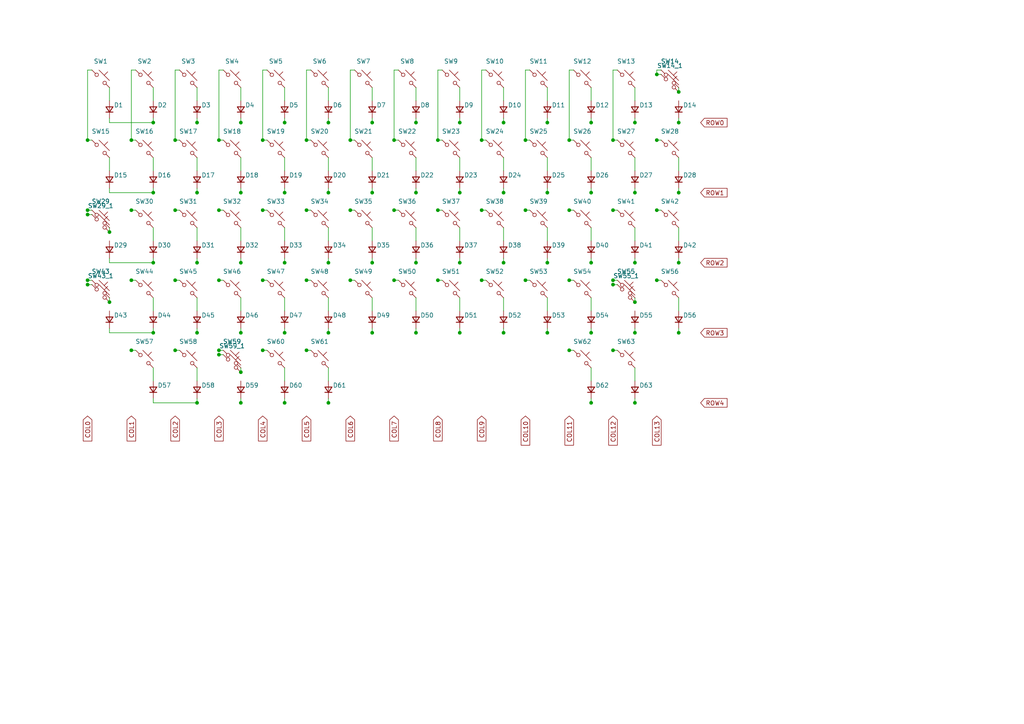
<source format=kicad_sch>
(kicad_sch (version 20230121) (generator eeschema)
  (paper "A4")
  (symbol (lib_id "Switch:SW_Push_45deg") (at 29.21 22.86 0) (unit 1)
    (property "Reference" "SW1" (at 29.21 17.78 0))
    (property "Value" "SW_Push" (effects hide))
    (property "Footprint" "Switch_Keyboard_Hybrid:SW_Hybrid_Cherry_MX_Alps_1.00u" (effects hide))
  )
  (wire (pts (xy 26.67 20.32) (xy 25.4 20.32)))
  (wire (pts (xy 25.4 20.32) (xy 25.4 120.65)))
  (global_label "COL0" (shape input) (at 25.4 120.65 270) (property "Intersheetrefs" "${INTERSHEET_REFS}" (effects hide)))
  (symbol (lib_id "Device:D_Small") (at 31.75 31.75 90) (unit 1)
    (property "Reference" "D1" (at 33.02 30.48 90) (effects (justify right)))
    (property "Value" "D" (effects hide))
    (property "Footprint" "Diode_SMD:D_SOD-123F" (effects hide))
    (property "Sim.Device" "D" (effects hide))
    (property "Sim.Pins" "1=K 2=A" (effects hide))
  )
  (wire (pts (xy 31.75 25.4) (xy 31.75 29.21)))
  (wire (pts (xy 31.75 34.29) (xy 31.75 35.56)))
  (wire (pts (xy 31.75 35.56) (xy 203.2 35.56)))
  (global_label "ROW0" (shape input) (at 203.2 35.56 0) (property "Intersheetrefs" "${INTERSHEET_REFS}" (effects hide)))
  (symbol (lib_id "Switch:SW_Push_45deg") (at 41.91 22.86 0) (unit 1)
    (property "Reference" "SW2" (at 41.91 17.78 0))
    (property "Value" "SW_Push" (effects hide))
    (property "Footprint" "Switch_Keyboard_Hybrid:SW_Hybrid_Cherry_MX_Alps_1.00u" (effects hide))
  )
  (wire (pts (xy 39.37 20.32) (xy 38.1 20.32)))
  (wire (pts (xy 38.1 20.32) (xy 38.1 120.65)))
  (global_label "COL1" (shape input) (at 38.1 120.65 270) (property "Intersheetrefs" "${INTERSHEET_REFS}" (effects hide)))
  (symbol (lib_id "Device:D_Small") (at 44.45 31.75 90) (unit 1)
    (property "Reference" "D2" (at 45.72 30.48 90) (effects (justify right)))
    (property "Value" "D" (effects hide))
    (property "Footprint" "Diode_SMD:D_SOD-123F" (effects hide))
    (property "Sim.Device" "D" (effects hide))
    (property "Sim.Pins" "1=K 2=A" (effects hide))
  )
  (wire (pts (xy 44.45 25.4) (xy 44.45 29.21)))
  (wire (pts (xy 44.45 34.29) (xy 44.45 35.56)))
  (junction (at 44.45 35.56))
  (symbol (lib_id "Switch:SW_Push_45deg") (at 54.61 22.86 0) (unit 1)
    (property "Reference" "SW3" (at 54.61 17.78 0))
    (property "Value" "SW_Push" (effects hide))
    (property "Footprint" "Switch_Keyboard_Hybrid:SW_Hybrid_Cherry_MX_Alps_1.00u" (effects hide))
  )
  (wire (pts (xy 52.07 20.32) (xy 50.8 20.32)))
  (wire (pts (xy 50.8 20.32) (xy 50.8 120.65)))
  (global_label "COL2" (shape input) (at 50.8 120.65 270) (property "Intersheetrefs" "${INTERSHEET_REFS}" (effects hide)))
  (symbol (lib_id "Device:D_Small") (at 57.15 31.75 90) (unit 1)
    (property "Reference" "D3" (at 58.42 30.48 90) (effects (justify right)))
    (property "Value" "D" (effects hide))
    (property "Footprint" "Diode_SMD:D_SOD-123F" (effects hide))
    (property "Sim.Device" "D" (effects hide))
    (property "Sim.Pins" "1=K 2=A" (effects hide))
  )
  (wire (pts (xy 57.15 25.4) (xy 57.15 29.21)))
  (wire (pts (xy 57.15 34.29) (xy 57.15 35.56)))
  (junction (at 57.15 35.56))
  (symbol (lib_id "Switch:SW_Push_45deg") (at 67.31 22.86 0) (unit 1)
    (property "Reference" "SW4" (at 67.31 17.78 0))
    (property "Value" "SW_Push" (effects hide))
    (property "Footprint" "Switch_Keyboard_Hybrid:SW_Hybrid_Cherry_MX_Alps_1.00u" (effects hide))
  )
  (wire (pts (xy 64.77 20.32) (xy 63.5 20.32)))
  (wire (pts (xy 63.5 20.32) (xy 63.5 120.65)))
  (global_label "COL3" (shape input) (at 63.5 120.65 270) (property "Intersheetrefs" "${INTERSHEET_REFS}" (effects hide)))
  (symbol (lib_id "Device:D_Small") (at 69.85 31.75 90) (unit 1)
    (property "Reference" "D4" (at 71.12 30.48 90) (effects (justify right)))
    (property "Value" "D" (effects hide))
    (property "Footprint" "Diode_SMD:D_SOD-123F" (effects hide))
    (property "Sim.Device" "D" (effects hide))
    (property "Sim.Pins" "1=K 2=A" (effects hide))
  )
  (wire (pts (xy 69.85 25.4) (xy 69.85 29.21)))
  (wire (pts (xy 69.85 34.29) (xy 69.85 35.56)))
  (junction (at 69.85 35.56))
  (symbol (lib_id "Switch:SW_Push_45deg") (at 80.01 22.86 0) (unit 1)
    (property "Reference" "SW5" (at 80.01 17.78 0))
    (property "Value" "SW_Push" (effects hide))
    (property "Footprint" "Switch_Keyboard_Hybrid:SW_Hybrid_Cherry_MX_Alps_1.00u" (effects hide))
  )
  (wire (pts (xy 77.47 20.32) (xy 76.2 20.32)))
  (wire (pts (xy 76.2 20.32) (xy 76.2 120.65)))
  (global_label "COL4" (shape input) (at 76.2 120.65 270) (property "Intersheetrefs" "${INTERSHEET_REFS}" (effects hide)))
  (symbol (lib_id "Device:D_Small") (at 82.55 31.75 90) (unit 1)
    (property "Reference" "D5" (at 83.82 30.48 90) (effects (justify right)))
    (property "Value" "D" (effects hide))
    (property "Footprint" "Diode_SMD:D_SOD-123F" (effects hide))
    (property "Sim.Device" "D" (effects hide))
    (property "Sim.Pins" "1=K 2=A" (effects hide))
  )
  (wire (pts (xy 82.55 25.4) (xy 82.55 29.21)))
  (wire (pts (xy 82.55 34.29) (xy 82.55 35.56)))
  (junction (at 82.55 35.56))
  (symbol (lib_id "Switch:SW_Push_45deg") (at 92.71 22.86 0) (unit 1)
    (property "Reference" "SW6" (at 92.71 17.78 0))
    (property "Value" "SW_Push" (effects hide))
    (property "Footprint" "Switch_Keyboard_Hybrid:SW_Hybrid_Cherry_MX_Alps_1.00u" (effects hide))
  )
  (wire (pts (xy 90.17 20.32) (xy 88.9 20.32)))
  (wire (pts (xy 88.9 20.32) (xy 88.9 120.65)))
  (global_label "COL5" (shape input) (at 88.9 120.65 270) (property "Intersheetrefs" "${INTERSHEET_REFS}" (effects hide)))
  (symbol (lib_id "Device:D_Small") (at 95.25 31.75 90) (unit 1)
    (property "Reference" "D6" (at 96.52 30.48 90) (effects (justify right)))
    (property "Value" "D" (effects hide))
    (property "Footprint" "Diode_SMD:D_SOD-123F" (effects hide))
    (property "Sim.Device" "D" (effects hide))
    (property "Sim.Pins" "1=K 2=A" (effects hide))
  )
  (wire (pts (xy 95.25 25.4) (xy 95.25 29.21)))
  (wire (pts (xy 95.25 34.29) (xy 95.25 35.56)))
  (junction (at 95.25 35.56))
  (symbol (lib_id "Switch:SW_Push_45deg") (at 105.41 22.86 0) (unit 1)
    (property "Reference" "SW7" (at 105.41 17.78 0))
    (property "Value" "SW_Push" (effects hide))
    (property "Footprint" "Switch_Keyboard_Hybrid:SW_Hybrid_Cherry_MX_Alps_1.00u" (effects hide))
  )
  (wire (pts (xy 102.87 20.32) (xy 101.6 20.32)))
  (wire (pts (xy 101.6 20.32) (xy 101.6 120.65)))
  (global_label "COL6" (shape input) (at 101.6 120.65 270) (property "Intersheetrefs" "${INTERSHEET_REFS}" (effects hide)))
  (symbol (lib_id "Device:D_Small") (at 107.95 31.75 90) (unit 1)
    (property "Reference" "D7" (at 109.22 30.48 90) (effects (justify right)))
    (property "Value" "D" (effects hide))
    (property "Footprint" "Diode_SMD:D_SOD-123F" (effects hide))
    (property "Sim.Device" "D" (effects hide))
    (property "Sim.Pins" "1=K 2=A" (effects hide))
  )
  (wire (pts (xy 107.95 25.4) (xy 107.95 29.21)))
  (wire (pts (xy 107.95 34.29) (xy 107.95 35.56)))
  (junction (at 107.95 35.56))
  (symbol (lib_id "Switch:SW_Push_45deg") (at 118.11 22.86 0) (unit 1)
    (property "Reference" "SW8" (at 118.11 17.78 0))
    (property "Value" "SW_Push" (effects hide))
    (property "Footprint" "Switch_Keyboard_Hybrid:SW_Hybrid_Cherry_MX_Alps_1.00u" (effects hide))
  )
  (wire (pts (xy 115.57 20.32) (xy 114.3 20.32)))
  (wire (pts (xy 114.3 20.32) (xy 114.3 120.65)))
  (global_label "COL7" (shape input) (at 114.3 120.65 270) (property "Intersheetrefs" "${INTERSHEET_REFS}" (effects hide)))
  (symbol (lib_id "Device:D_Small") (at 120.65 31.75 90) (unit 1)
    (property "Reference" "D8" (at 121.92 30.48 90) (effects (justify right)))
    (property "Value" "D" (effects hide))
    (property "Footprint" "Diode_SMD:D_SOD-123F" (effects hide))
    (property "Sim.Device" "D" (effects hide))
    (property "Sim.Pins" "1=K 2=A" (effects hide))
  )
  (wire (pts (xy 120.65 25.4) (xy 120.65 29.21)))
  (wire (pts (xy 120.65 34.29) (xy 120.65 35.56)))
  (junction (at 120.65 35.56))
  (symbol (lib_id "Switch:SW_Push_45deg") (at 130.81 22.86 0) (unit 1)
    (property "Reference" "SW9" (at 130.81 17.78 0))
    (property "Value" "SW_Push" (effects hide))
    (property "Footprint" "Switch_Keyboard_Hybrid:SW_Hybrid_Cherry_MX_Alps_1.00u" (effects hide))
  )
  (wire (pts (xy 128.27 20.32) (xy 127.0 20.32)))
  (wire (pts (xy 127.0 20.32) (xy 127.0 120.65)))
  (global_label "COL8" (shape input) (at 127.0 120.65 270) (property "Intersheetrefs" "${INTERSHEET_REFS}" (effects hide)))
  (symbol (lib_id "Device:D_Small") (at 133.35 31.75 90) (unit 1)
    (property "Reference" "D9" (at 134.62 30.48 90) (effects (justify right)))
    (property "Value" "D" (effects hide))
    (property "Footprint" "Diode_SMD:D_SOD-123F" (effects hide))
    (property "Sim.Device" "D" (effects hide))
    (property "Sim.Pins" "1=K 2=A" (effects hide))
  )
  (wire (pts (xy 133.35 25.4) (xy 133.35 29.21)))
  (wire (pts (xy 133.35 34.29) (xy 133.35 35.56)))
  (junction (at 133.35 35.56))
  (symbol (lib_id "Switch:SW_Push_45deg") (at 143.51 22.86 0) (unit 1)
    (property "Reference" "SW10" (at 143.51 17.78 0))
    (property "Value" "SW_Push" (effects hide))
    (property "Footprint" "Switch_Keyboard_Hybrid:SW_Hybrid_Cherry_MX_Alps_1.00u" (effects hide))
  )
  (wire (pts (xy 140.97 20.32) (xy 139.7 20.32)))
  (wire (pts (xy 139.7 20.32) (xy 139.7 120.65)))
  (global_label "COL9" (shape input) (at 139.7 120.65 270) (property "Intersheetrefs" "${INTERSHEET_REFS}" (effects hide)))
  (symbol (lib_id "Device:D_Small") (at 146.05 31.75 90) (unit 1)
    (property "Reference" "D10" (at 147.32 30.48 90) (effects (justify right)))
    (property "Value" "D" (effects hide))
    (property "Footprint" "Diode_SMD:D_SOD-123F" (effects hide))
    (property "Sim.Device" "D" (effects hide))
    (property "Sim.Pins" "1=K 2=A" (effects hide))
  )
  (wire (pts (xy 146.05 25.4) (xy 146.05 29.21)))
  (wire (pts (xy 146.05 34.29) (xy 146.05 35.56)))
  (junction (at 146.05 35.56))
  (symbol (lib_id "Switch:SW_Push_45deg") (at 156.21 22.86 0) (unit 1)
    (property "Reference" "SW11" (at 156.21 17.78 0))
    (property "Value" "SW_Push" (effects hide))
    (property "Footprint" "Switch_Keyboard_Hybrid:SW_Hybrid_Cherry_MX_Alps_1.00u" (effects hide))
  )
  (wire (pts (xy 153.67 20.32) (xy 152.4 20.32)))
  (wire (pts (xy 152.4 20.32) (xy 152.4 120.65)))
  (global_label "COL10" (shape input) (at 152.4 120.65 270) (property "Intersheetrefs" "${INTERSHEET_REFS}" (effects hide)))
  (symbol (lib_id "Device:D_Small") (at 158.75 31.75 90) (unit 1)
    (property "Reference" "D11" (at 160.02 30.48 90) (effects (justify right)))
    (property "Value" "D" (effects hide))
    (property "Footprint" "Diode_SMD:D_SOD-123F" (effects hide))
    (property "Sim.Device" "D" (effects hide))
    (property "Sim.Pins" "1=K 2=A" (effects hide))
  )
  (wire (pts (xy 158.75 25.4) (xy 158.75 29.21)))
  (wire (pts (xy 158.75 34.29) (xy 158.75 35.56)))
  (junction (at 158.75 35.56))
  (symbol (lib_id "Switch:SW_Push_45deg") (at 168.91 22.86 0) (unit 1)
    (property "Reference" "SW12" (at 168.91 17.78 0))
    (property "Value" "SW_Push" (effects hide))
    (property "Footprint" "Switch_Keyboard_Hybrid:SW_Hybrid_Cherry_MX_Alps_1.00u" (effects hide))
  )
  (wire (pts (xy 166.37 20.32) (xy 165.1 20.32)))
  (wire (pts (xy 165.1 20.32) (xy 165.1 120.65)))
  (global_label "COL11" (shape input) (at 165.1 120.65 270) (property "Intersheetrefs" "${INTERSHEET_REFS}" (effects hide)))
  (symbol (lib_id "Device:D_Small") (at 171.45 31.75 90) (unit 1)
    (property "Reference" "D12" (at 172.72 30.48 90) (effects (justify right)))
    (property "Value" "D" (effects hide))
    (property "Footprint" "Diode_SMD:D_SOD-123F" (effects hide))
    (property "Sim.Device" "D" (effects hide))
    (property "Sim.Pins" "1=K 2=A" (effects hide))
  )
  (wire (pts (xy 171.45 25.4) (xy 171.45 29.21)))
  (wire (pts (xy 171.45 34.29) (xy 171.45 35.56)))
  (junction (at 171.45 35.56))
  (symbol (lib_id "Switch:SW_Push_45deg") (at 181.61 22.86 0) (unit 1)
    (property "Reference" "SW13" (at 181.61 17.78 0))
    (property "Value" "SW_Push" (effects hide))
    (property "Footprint" "Switch_Keyboard_Hybrid:SW_Hybrid_Cherry_MX_Alps_1.00u" (effects hide))
  )
  (wire (pts (xy 179.07 20.32) (xy 177.8 20.32)))
  (wire (pts (xy 177.8 20.32) (xy 177.8 120.65)))
  (global_label "COL12" (shape input) (at 177.8 120.65 270) (property "Intersheetrefs" "${INTERSHEET_REFS}" (effects hide)))
  (symbol (lib_id "Device:D_Small") (at 184.15 31.75 90) (unit 1)
    (property "Reference" "D13" (at 185.42 30.48 90) (effects (justify right)))
    (property "Value" "D" (effects hide))
    (property "Footprint" "Diode_SMD:D_SOD-123F" (effects hide))
    (property "Sim.Device" "D" (effects hide))
    (property "Sim.Pins" "1=K 2=A" (effects hide))
  )
  (wire (pts (xy 184.15 25.4) (xy 184.15 29.21)))
  (wire (pts (xy 184.15 34.29) (xy 184.15 35.56)))
  (junction (at 184.15 35.56))
  (symbol (lib_id "Switch:SW_Push_45deg") (at 194.31 22.86 0) (unit 1)
    (property "Reference" "SW14" (at 194.31 17.78 0))
    (property "Value" "SW_Push" (effects hide))
    (property "Footprint" "Switch_Keyboard_Hybrid:SW_Hybrid_Cherry_MX_Alps_1.00u" (effects hide))
  )
  (wire (pts (xy 191.77 20.32) (xy 190.5 20.32)))
  (wire (pts (xy 190.5 20.32) (xy 190.5 120.65)))
  (global_label "COL13" (shape input) (at 190.5 120.65 270) (property "Intersheetrefs" "${INTERSHEET_REFS}" (effects hide)))
  (symbol (lib_id "Device:D_Small") (at 196.85 31.75 90) (unit 1)
    (property "Reference" "D14" (at 198.12 30.48 90) (effects (justify right)))
    (property "Value" "D" (effects hide))
    (property "Footprint" "Diode_SMD:D_SOD-123F" (effects hide))
    (property "Sim.Device" "D" (effects hide))
    (property "Sim.Pins" "1=K 2=A" (effects hide))
  )
  (wire (pts (xy 196.85 25.4) (xy 196.85 29.21)))
  (wire (pts (xy 196.85 34.29) (xy 196.85 35.56)))
  (junction (at 196.85 35.56))
  (symbol (lib_id "Switch:SW_Push_45deg") (at 194.31 24.13 0) (unit 1)
    (property "Reference" "SW14_1" (at 194.31 19.05 0))
    (property "Value" "SW_Push" (effects hide))
    (property "Footprint" "Switch_Keyboard_Hybrid:SW_Hybrid_Cherry_MX_Alps_1.00u" (effects hide))
  )
  (junction (at 196.85 26.67))
  (wire (pts (xy 191.77 21.59) (xy 190.5 21.59)))
  (junction (at 190.5 21.59))
  (symbol (lib_id "Switch:SW_Push_45deg") (at 29.21 43.18 0) (unit 1)
    (property "Reference" "SW15" (at 29.21 38.1 0))
    (property "Value" "SW_Push" (effects hide))
    (property "Footprint" "Switch_Keyboard_Hybrid:SW_Hybrid_Cherry_MX_Alps_1.00u" (effects hide))
  )
  (wire (pts (xy 26.67 40.64) (xy 25.4 40.64)))
  (junction (at 25.4 40.64))
  (symbol (lib_id "Device:D_Small") (at 31.75 52.07 90) (unit 1)
    (property "Reference" "D15" (at 33.02 50.8 90) (effects (justify right)))
    (property "Value" "D" (effects hide))
    (property "Footprint" "Diode_SMD:D_SOD-123F" (effects hide))
    (property "Sim.Device" "D" (effects hide))
    (property "Sim.Pins" "1=K 2=A" (effects hide))
  )
  (wire (pts (xy 31.75 45.72) (xy 31.75 49.53)))
  (wire (pts (xy 31.75 54.61) (xy 31.75 55.88)))
  (wire (pts (xy 31.75 55.88) (xy 203.2 55.88)))
  (global_label "ROW1" (shape input) (at 203.2 55.88 0) (property "Intersheetrefs" "${INTERSHEET_REFS}" (effects hide)))
  (symbol (lib_id "Switch:SW_Push_45deg") (at 41.91 43.18 0) (unit 1)
    (property "Reference" "SW16" (at 41.91 38.1 0))
    (property "Value" "SW_Push" (effects hide))
    (property "Footprint" "Switch_Keyboard_Hybrid:SW_Hybrid_Cherry_MX_Alps_1.00u" (effects hide))
  )
  (wire (pts (xy 39.37 40.64) (xy 38.1 40.64)))
  (junction (at 38.1 40.64))
  (symbol (lib_id "Device:D_Small") (at 44.45 52.07 90) (unit 1)
    (property "Reference" "D16" (at 45.72 50.8 90) (effects (justify right)))
    (property "Value" "D" (effects hide))
    (property "Footprint" "Diode_SMD:D_SOD-123F" (effects hide))
    (property "Sim.Device" "D" (effects hide))
    (property "Sim.Pins" "1=K 2=A" (effects hide))
  )
  (wire (pts (xy 44.45 45.72) (xy 44.45 49.53)))
  (wire (pts (xy 44.45 54.61) (xy 44.45 55.88)))
  (junction (at 44.45 55.88))
  (symbol (lib_id "Switch:SW_Push_45deg") (at 54.61 43.18 0) (unit 1)
    (property "Reference" "SW17" (at 54.61 38.1 0))
    (property "Value" "SW_Push" (effects hide))
    (property "Footprint" "Switch_Keyboard_Hybrid:SW_Hybrid_Cherry_MX_Alps_1.00u" (effects hide))
  )
  (wire (pts (xy 52.07 40.64) (xy 50.8 40.64)))
  (junction (at 50.8 40.64))
  (symbol (lib_id "Device:D_Small") (at 57.15 52.07 90) (unit 1)
    (property "Reference" "D17" (at 58.42 50.8 90) (effects (justify right)))
    (property "Value" "D" (effects hide))
    (property "Footprint" "Diode_SMD:D_SOD-123F" (effects hide))
    (property "Sim.Device" "D" (effects hide))
    (property "Sim.Pins" "1=K 2=A" (effects hide))
  )
  (wire (pts (xy 57.15 45.72) (xy 57.15 49.53)))
  (wire (pts (xy 57.15 54.61) (xy 57.15 55.88)))
  (junction (at 57.15 55.88))
  (symbol (lib_id "Switch:SW_Push_45deg") (at 67.31 43.18 0) (unit 1)
    (property "Reference" "SW18" (at 67.31 38.1 0))
    (property "Value" "SW_Push" (effects hide))
    (property "Footprint" "Switch_Keyboard_Hybrid:SW_Hybrid_Cherry_MX_Alps_1.00u" (effects hide))
  )
  (wire (pts (xy 64.77 40.64) (xy 63.5 40.64)))
  (junction (at 63.5 40.64))
  (symbol (lib_id "Device:D_Small") (at 69.85 52.07 90) (unit 1)
    (property "Reference" "D18" (at 71.12 50.8 90) (effects (justify right)))
    (property "Value" "D" (effects hide))
    (property "Footprint" "Diode_SMD:D_SOD-123F" (effects hide))
    (property "Sim.Device" "D" (effects hide))
    (property "Sim.Pins" "1=K 2=A" (effects hide))
  )
  (wire (pts (xy 69.85 45.72) (xy 69.85 49.53)))
  (wire (pts (xy 69.85 54.61) (xy 69.85 55.88)))
  (junction (at 69.85 55.88))
  (symbol (lib_id "Switch:SW_Push_45deg") (at 80.01 43.18 0) (unit 1)
    (property "Reference" "SW19" (at 80.01 38.1 0))
    (property "Value" "SW_Push" (effects hide))
    (property "Footprint" "Switch_Keyboard_Hybrid:SW_Hybrid_Cherry_MX_Alps_1.00u" (effects hide))
  )
  (wire (pts (xy 77.47 40.64) (xy 76.2 40.64)))
  (junction (at 76.2 40.64))
  (symbol (lib_id "Device:D_Small") (at 82.55 52.07 90) (unit 1)
    (property "Reference" "D19" (at 83.82 50.8 90) (effects (justify right)))
    (property "Value" "D" (effects hide))
    (property "Footprint" "Diode_SMD:D_SOD-123F" (effects hide))
    (property "Sim.Device" "D" (effects hide))
    (property "Sim.Pins" "1=K 2=A" (effects hide))
  )
  (wire (pts (xy 82.55 45.72) (xy 82.55 49.53)))
  (wire (pts (xy 82.55 54.61) (xy 82.55 55.88)))
  (junction (at 82.55 55.88))
  (symbol (lib_id "Switch:SW_Push_45deg") (at 92.71 43.18 0) (unit 1)
    (property "Reference" "SW20" (at 92.71 38.1 0))
    (property "Value" "SW_Push" (effects hide))
    (property "Footprint" "Switch_Keyboard_Hybrid:SW_Hybrid_Cherry_MX_Alps_1.00u" (effects hide))
  )
  (wire (pts (xy 90.17 40.64) (xy 88.9 40.64)))
  (junction (at 88.9 40.64))
  (symbol (lib_id "Device:D_Small") (at 95.25 52.07 90) (unit 1)
    (property "Reference" "D20" (at 96.52 50.8 90) (effects (justify right)))
    (property "Value" "D" (effects hide))
    (property "Footprint" "Diode_SMD:D_SOD-123F" (effects hide))
    (property "Sim.Device" "D" (effects hide))
    (property "Sim.Pins" "1=K 2=A" (effects hide))
  )
  (wire (pts (xy 95.25 45.72) (xy 95.25 49.53)))
  (wire (pts (xy 95.25 54.61) (xy 95.25 55.88)))
  (junction (at 95.25 55.88))
  (symbol (lib_id "Switch:SW_Push_45deg") (at 105.41 43.18 0) (unit 1)
    (property "Reference" "SW21" (at 105.41 38.1 0))
    (property "Value" "SW_Push" (effects hide))
    (property "Footprint" "Switch_Keyboard_Hybrid:SW_Hybrid_Cherry_MX_Alps_1.00u" (effects hide))
  )
  (wire (pts (xy 102.87 40.64) (xy 101.6 40.64)))
  (junction (at 101.6 40.64))
  (symbol (lib_id "Device:D_Small") (at 107.95 52.07 90) (unit 1)
    (property "Reference" "D21" (at 109.22 50.8 90) (effects (justify right)))
    (property "Value" "D" (effects hide))
    (property "Footprint" "Diode_SMD:D_SOD-123F" (effects hide))
    (property "Sim.Device" "D" (effects hide))
    (property "Sim.Pins" "1=K 2=A" (effects hide))
  )
  (wire (pts (xy 107.95 45.72) (xy 107.95 49.53)))
  (wire (pts (xy 107.95 54.61) (xy 107.95 55.88)))
  (junction (at 107.95 55.88))
  (symbol (lib_id "Switch:SW_Push_45deg") (at 118.11 43.18 0) (unit 1)
    (property "Reference" "SW22" (at 118.11 38.1 0))
    (property "Value" "SW_Push" (effects hide))
    (property "Footprint" "Switch_Keyboard_Hybrid:SW_Hybrid_Cherry_MX_Alps_1.00u" (effects hide))
  )
  (wire (pts (xy 115.57 40.64) (xy 114.3 40.64)))
  (junction (at 114.3 40.64))
  (symbol (lib_id "Device:D_Small") (at 120.65 52.07 90) (unit 1)
    (property "Reference" "D22" (at 121.92 50.8 90) (effects (justify right)))
    (property "Value" "D" (effects hide))
    (property "Footprint" "Diode_SMD:D_SOD-123F" (effects hide))
    (property "Sim.Device" "D" (effects hide))
    (property "Sim.Pins" "1=K 2=A" (effects hide))
  )
  (wire (pts (xy 120.65 45.72) (xy 120.65 49.53)))
  (wire (pts (xy 120.65 54.61) (xy 120.65 55.88)))
  (junction (at 120.65 55.88))
  (symbol (lib_id "Switch:SW_Push_45deg") (at 130.81 43.18 0) (unit 1)
    (property "Reference" "SW23" (at 130.81 38.1 0))
    (property "Value" "SW_Push" (effects hide))
    (property "Footprint" "Switch_Keyboard_Hybrid:SW_Hybrid_Cherry_MX_Alps_1.00u" (effects hide))
  )
  (wire (pts (xy 128.27 40.64) (xy 127.0 40.64)))
  (junction (at 127.0 40.64))
  (symbol (lib_id "Device:D_Small") (at 133.35 52.07 90) (unit 1)
    (property "Reference" "D23" (at 134.62 50.8 90) (effects (justify right)))
    (property "Value" "D" (effects hide))
    (property "Footprint" "Diode_SMD:D_SOD-123F" (effects hide))
    (property "Sim.Device" "D" (effects hide))
    (property "Sim.Pins" "1=K 2=A" (effects hide))
  )
  (wire (pts (xy 133.35 45.72) (xy 133.35 49.53)))
  (wire (pts (xy 133.35 54.61) (xy 133.35 55.88)))
  (junction (at 133.35 55.88))
  (symbol (lib_id "Switch:SW_Push_45deg") (at 143.51 43.18 0) (unit 1)
    (property "Reference" "SW24" (at 143.51 38.1 0))
    (property "Value" "SW_Push" (effects hide))
    (property "Footprint" "Switch_Keyboard_Hybrid:SW_Hybrid_Cherry_MX_Alps_1.00u" (effects hide))
  )
  (wire (pts (xy 140.97 40.64) (xy 139.7 40.64)))
  (junction (at 139.7 40.64))
  (symbol (lib_id "Device:D_Small") (at 146.05 52.07 90) (unit 1)
    (property "Reference" "D24" (at 147.32 50.8 90) (effects (justify right)))
    (property "Value" "D" (effects hide))
    (property "Footprint" "Diode_SMD:D_SOD-123F" (effects hide))
    (property "Sim.Device" "D" (effects hide))
    (property "Sim.Pins" "1=K 2=A" (effects hide))
  )
  (wire (pts (xy 146.05 45.72) (xy 146.05 49.53)))
  (wire (pts (xy 146.05 54.61) (xy 146.05 55.88)))
  (junction (at 146.05 55.88))
  (symbol (lib_id "Switch:SW_Push_45deg") (at 156.21 43.18 0) (unit 1)
    (property "Reference" "SW25" (at 156.21 38.1 0))
    (property "Value" "SW_Push" (effects hide))
    (property "Footprint" "Switch_Keyboard_Hybrid:SW_Hybrid_Cherry_MX_Alps_1.00u" (effects hide))
  )
  (wire (pts (xy 153.67 40.64) (xy 152.4 40.64)))
  (junction (at 152.4 40.64))
  (symbol (lib_id "Device:D_Small") (at 158.75 52.07 90) (unit 1)
    (property "Reference" "D25" (at 160.02 50.8 90) (effects (justify right)))
    (property "Value" "D" (effects hide))
    (property "Footprint" "Diode_SMD:D_SOD-123F" (effects hide))
    (property "Sim.Device" "D" (effects hide))
    (property "Sim.Pins" "1=K 2=A" (effects hide))
  )
  (wire (pts (xy 158.75 45.72) (xy 158.75 49.53)))
  (wire (pts (xy 158.75 54.61) (xy 158.75 55.88)))
  (junction (at 158.75 55.88))
  (symbol (lib_id "Switch:SW_Push_45deg") (at 168.91 43.18 0) (unit 1)
    (property "Reference" "SW26" (at 168.91 38.1 0))
    (property "Value" "SW_Push" (effects hide))
    (property "Footprint" "Switch_Keyboard_Hybrid:SW_Hybrid_Cherry_MX_Alps_1.00u" (effects hide))
  )
  (wire (pts (xy 166.37 40.64) (xy 165.1 40.64)))
  (junction (at 165.1 40.64))
  (symbol (lib_id "Device:D_Small") (at 171.45 52.07 90) (unit 1)
    (property "Reference" "D26" (at 172.72 50.8 90) (effects (justify right)))
    (property "Value" "D" (effects hide))
    (property "Footprint" "Diode_SMD:D_SOD-123F" (effects hide))
    (property "Sim.Device" "D" (effects hide))
    (property "Sim.Pins" "1=K 2=A" (effects hide))
  )
  (wire (pts (xy 171.45 45.72) (xy 171.45 49.53)))
  (wire (pts (xy 171.45 54.61) (xy 171.45 55.88)))
  (junction (at 171.45 55.88))
  (symbol (lib_id "Switch:SW_Push_45deg") (at 181.61 43.18 0) (unit 1)
    (property "Reference" "SW27" (at 181.61 38.1 0))
    (property "Value" "SW_Push" (effects hide))
    (property "Footprint" "Switch_Keyboard_Hybrid:SW_Hybrid_Cherry_MX_Alps_1.00u" (effects hide))
  )
  (wire (pts (xy 179.07 40.64) (xy 177.8 40.64)))
  (junction (at 177.8 40.64))
  (symbol (lib_id "Device:D_Small") (at 184.15 52.07 90) (unit 1)
    (property "Reference" "D27" (at 185.42 50.8 90) (effects (justify right)))
    (property "Value" "D" (effects hide))
    (property "Footprint" "Diode_SMD:D_SOD-123F" (effects hide))
    (property "Sim.Device" "D" (effects hide))
    (property "Sim.Pins" "1=K 2=A" (effects hide))
  )
  (wire (pts (xy 184.15 45.72) (xy 184.15 49.53)))
  (wire (pts (xy 184.15 54.61) (xy 184.15 55.88)))
  (junction (at 184.15 55.88))
  (symbol (lib_id "Switch:SW_Push_45deg") (at 194.31 43.18 0) (unit 1)
    (property "Reference" "SW28" (at 194.31 38.1 0))
    (property "Value" "SW_Push" (effects hide))
    (property "Footprint" "Switch_Keyboard_Hybrid:SW_Hybrid_Cherry_MX_Alps_1.00u" (effects hide))
  )
  (wire (pts (xy 191.77 40.64) (xy 190.5 40.64)))
  (junction (at 190.5 40.64))
  (symbol (lib_id "Device:D_Small") (at 196.85 52.07 90) (unit 1)
    (property "Reference" "D28" (at 198.12 50.8 90) (effects (justify right)))
    (property "Value" "D" (effects hide))
    (property "Footprint" "Diode_SMD:D_SOD-123F" (effects hide))
    (property "Sim.Device" "D" (effects hide))
    (property "Sim.Pins" "1=K 2=A" (effects hide))
  )
  (wire (pts (xy 196.85 45.72) (xy 196.85 49.53)))
  (wire (pts (xy 196.85 54.61) (xy 196.85 55.88)))
  (junction (at 196.85 55.88))
  (symbol (lib_id "Switch:SW_Push_45deg") (at 29.21 63.5 0) (unit 1)
    (property "Reference" "SW29" (at 29.21 58.42 0))
    (property "Value" "SW_Push" (effects hide))
    (property "Footprint" "Switch_Keyboard_Hybrid:SW_Hybrid_Cherry_MX_Alps_1.00u" (effects hide))
  )
  (wire (pts (xy 26.67 60.96) (xy 25.4 60.96)))
  (junction (at 25.4 60.96))
  (symbol (lib_id "Device:D_Small") (at 31.75 72.39 90) (unit 1)
    (property "Reference" "D29" (at 33.02 71.12 90) (effects (justify right)))
    (property "Value" "D" (effects hide))
    (property "Footprint" "Diode_SMD:D_SOD-123F" (effects hide))
    (property "Sim.Device" "D" (effects hide))
    (property "Sim.Pins" "1=K 2=A" (effects hide))
  )
  (wire (pts (xy 31.75 66.04) (xy 31.75 69.85)))
  (wire (pts (xy 31.75 74.93) (xy 31.75 76.2)))
  (wire (pts (xy 31.75 76.2) (xy 203.2 76.2)))
  (global_label "ROW2" (shape input) (at 203.2 76.2 0) (property "Intersheetrefs" "${INTERSHEET_REFS}" (effects hide)))
  (symbol (lib_id "Switch:SW_Push_45deg") (at 29.21 64.77 0) (unit 1)
    (property "Reference" "SW29_1" (at 29.21 59.69 0))
    (property "Value" "SW_Push" (effects hide))
    (property "Footprint" "Switch_Keyboard_Hybrid:SW_Hybrid_Cherry_MX_Alps_1.00u" (effects hide))
  )
  (junction (at 31.75 67.31))
  (wire (pts (xy 26.67 62.23) (xy 25.4 62.23)))
  (junction (at 25.4 62.23))
  (symbol (lib_id "Switch:SW_Push_45deg") (at 41.91 63.5 0) (unit 1)
    (property "Reference" "SW30" (at 41.91 58.42 0))
    (property "Value" "SW_Push" (effects hide))
    (property "Footprint" "Switch_Keyboard_Hybrid:SW_Hybrid_Cherry_MX_Alps_1.00u" (effects hide))
  )
  (wire (pts (xy 39.37 60.96) (xy 38.1 60.96)))
  (junction (at 38.1 60.96))
  (symbol (lib_id "Device:D_Small") (at 44.45 72.39 90) (unit 1)
    (property "Reference" "D30" (at 45.72 71.12 90) (effects (justify right)))
    (property "Value" "D" (effects hide))
    (property "Footprint" "Diode_SMD:D_SOD-123F" (effects hide))
    (property "Sim.Device" "D" (effects hide))
    (property "Sim.Pins" "1=K 2=A" (effects hide))
  )
  (wire (pts (xy 44.45 66.04) (xy 44.45 69.85)))
  (wire (pts (xy 44.45 74.93) (xy 44.45 76.2)))
  (junction (at 44.45 76.2))
  (symbol (lib_id "Switch:SW_Push_45deg") (at 54.61 63.5 0) (unit 1)
    (property "Reference" "SW31" (at 54.61 58.42 0))
    (property "Value" "SW_Push" (effects hide))
    (property "Footprint" "Switch_Keyboard_Hybrid:SW_Hybrid_Cherry_MX_Alps_1.00u" (effects hide))
  )
  (wire (pts (xy 52.07 60.96) (xy 50.8 60.96)))
  (junction (at 50.8 60.96))
  (symbol (lib_id "Device:D_Small") (at 57.15 72.39 90) (unit 1)
    (property "Reference" "D31" (at 58.42 71.12 90) (effects (justify right)))
    (property "Value" "D" (effects hide))
    (property "Footprint" "Diode_SMD:D_SOD-123F" (effects hide))
    (property "Sim.Device" "D" (effects hide))
    (property "Sim.Pins" "1=K 2=A" (effects hide))
  )
  (wire (pts (xy 57.15 66.04) (xy 57.15 69.85)))
  (wire (pts (xy 57.15 74.93) (xy 57.15 76.2)))
  (junction (at 57.15 76.2))
  (symbol (lib_id "Switch:SW_Push_45deg") (at 67.31 63.5 0) (unit 1)
    (property "Reference" "SW32" (at 67.31 58.42 0))
    (property "Value" "SW_Push" (effects hide))
    (property "Footprint" "Switch_Keyboard_Hybrid:SW_Hybrid_Cherry_MX_Alps_1.00u" (effects hide))
  )
  (wire (pts (xy 64.77 60.96) (xy 63.5 60.96)))
  (junction (at 63.5 60.96))
  (symbol (lib_id "Device:D_Small") (at 69.85 72.39 90) (unit 1)
    (property "Reference" "D32" (at 71.12 71.12 90) (effects (justify right)))
    (property "Value" "D" (effects hide))
    (property "Footprint" "Diode_SMD:D_SOD-123F" (effects hide))
    (property "Sim.Device" "D" (effects hide))
    (property "Sim.Pins" "1=K 2=A" (effects hide))
  )
  (wire (pts (xy 69.85 66.04) (xy 69.85 69.85)))
  (wire (pts (xy 69.85 74.93) (xy 69.85 76.2)))
  (junction (at 69.85 76.2))
  (symbol (lib_id "Switch:SW_Push_45deg") (at 80.01 63.5 0) (unit 1)
    (property "Reference" "SW33" (at 80.01 58.42 0))
    (property "Value" "SW_Push" (effects hide))
    (property "Footprint" "Switch_Keyboard_Hybrid:SW_Hybrid_Cherry_MX_Alps_1.00u" (effects hide))
  )
  (wire (pts (xy 77.47 60.96) (xy 76.2 60.96)))
  (junction (at 76.2 60.96))
  (symbol (lib_id "Device:D_Small") (at 82.55 72.39 90) (unit 1)
    (property "Reference" "D33" (at 83.82 71.12 90) (effects (justify right)))
    (property "Value" "D" (effects hide))
    (property "Footprint" "Diode_SMD:D_SOD-123F" (effects hide))
    (property "Sim.Device" "D" (effects hide))
    (property "Sim.Pins" "1=K 2=A" (effects hide))
  )
  (wire (pts (xy 82.55 66.04) (xy 82.55 69.85)))
  (wire (pts (xy 82.55 74.93) (xy 82.55 76.2)))
  (junction (at 82.55 76.2))
  (symbol (lib_id "Switch:SW_Push_45deg") (at 92.71 63.5 0) (unit 1)
    (property "Reference" "SW34" (at 92.71 58.42 0))
    (property "Value" "SW_Push" (effects hide))
    (property "Footprint" "Switch_Keyboard_Hybrid:SW_Hybrid_Cherry_MX_Alps_1.00u" (effects hide))
  )
  (wire (pts (xy 90.17 60.96) (xy 88.9 60.96)))
  (junction (at 88.9 60.96))
  (symbol (lib_id "Device:D_Small") (at 95.25 72.39 90) (unit 1)
    (property "Reference" "D34" (at 96.52 71.12 90) (effects (justify right)))
    (property "Value" "D" (effects hide))
    (property "Footprint" "Diode_SMD:D_SOD-123F" (effects hide))
    (property "Sim.Device" "D" (effects hide))
    (property "Sim.Pins" "1=K 2=A" (effects hide))
  )
  (wire (pts (xy 95.25 66.04) (xy 95.25 69.85)))
  (wire (pts (xy 95.25 74.93) (xy 95.25 76.2)))
  (junction (at 95.25 76.2))
  (symbol (lib_id "Switch:SW_Push_45deg") (at 105.41 63.5 0) (unit 1)
    (property "Reference" "SW35" (at 105.41 58.42 0))
    (property "Value" "SW_Push" (effects hide))
    (property "Footprint" "Switch_Keyboard_Hybrid:SW_Hybrid_Cherry_MX_Alps_1.00u" (effects hide))
  )
  (wire (pts (xy 102.87 60.96) (xy 101.6 60.96)))
  (junction (at 101.6 60.96))
  (symbol (lib_id "Device:D_Small") (at 107.95 72.39 90) (unit 1)
    (property "Reference" "D35" (at 109.22 71.12 90) (effects (justify right)))
    (property "Value" "D" (effects hide))
    (property "Footprint" "Diode_SMD:D_SOD-123F" (effects hide))
    (property "Sim.Device" "D" (effects hide))
    (property "Sim.Pins" "1=K 2=A" (effects hide))
  )
  (wire (pts (xy 107.95 66.04) (xy 107.95 69.85)))
  (wire (pts (xy 107.95 74.93) (xy 107.95 76.2)))
  (junction (at 107.95 76.2))
  (symbol (lib_id "Switch:SW_Push_45deg") (at 118.11 63.5 0) (unit 1)
    (property "Reference" "SW36" (at 118.11 58.42 0))
    (property "Value" "SW_Push" (effects hide))
    (property "Footprint" "Switch_Keyboard_Hybrid:SW_Hybrid_Cherry_MX_Alps_1.00u" (effects hide))
  )
  (wire (pts (xy 115.57 60.96) (xy 114.3 60.96)))
  (junction (at 114.3 60.96))
  (symbol (lib_id "Device:D_Small") (at 120.65 72.39 90) (unit 1)
    (property "Reference" "D36" (at 121.92 71.12 90) (effects (justify right)))
    (property "Value" "D" (effects hide))
    (property "Footprint" "Diode_SMD:D_SOD-123F" (effects hide))
    (property "Sim.Device" "D" (effects hide))
    (property "Sim.Pins" "1=K 2=A" (effects hide))
  )
  (wire (pts (xy 120.65 66.04) (xy 120.65 69.85)))
  (wire (pts (xy 120.65 74.93) (xy 120.65 76.2)))
  (junction (at 120.65 76.2))
  (symbol (lib_id "Switch:SW_Push_45deg") (at 130.81 63.5 0) (unit 1)
    (property "Reference" "SW37" (at 130.81 58.42 0))
    (property "Value" "SW_Push" (effects hide))
    (property "Footprint" "Switch_Keyboard_Hybrid:SW_Hybrid_Cherry_MX_Alps_1.00u" (effects hide))
  )
  (wire (pts (xy 128.27 60.96) (xy 127.0 60.96)))
  (junction (at 127.0 60.96))
  (symbol (lib_id "Device:D_Small") (at 133.35 72.39 90) (unit 1)
    (property "Reference" "D37" (at 134.62 71.12 90) (effects (justify right)))
    (property "Value" "D" (effects hide))
    (property "Footprint" "Diode_SMD:D_SOD-123F" (effects hide))
    (property "Sim.Device" "D" (effects hide))
    (property "Sim.Pins" "1=K 2=A" (effects hide))
  )
  (wire (pts (xy 133.35 66.04) (xy 133.35 69.85)))
  (wire (pts (xy 133.35 74.93) (xy 133.35 76.2)))
  (junction (at 133.35 76.2))
  (symbol (lib_id "Switch:SW_Push_45deg") (at 143.51 63.5 0) (unit 1)
    (property "Reference" "SW38" (at 143.51 58.42 0))
    (property "Value" "SW_Push" (effects hide))
    (property "Footprint" "Switch_Keyboard_Hybrid:SW_Hybrid_Cherry_MX_Alps_1.00u" (effects hide))
  )
  (wire (pts (xy 140.97 60.96) (xy 139.7 60.96)))
  (junction (at 139.7 60.96))
  (symbol (lib_id "Device:D_Small") (at 146.05 72.39 90) (unit 1)
    (property "Reference" "D38" (at 147.32 71.12 90) (effects (justify right)))
    (property "Value" "D" (effects hide))
    (property "Footprint" "Diode_SMD:D_SOD-123F" (effects hide))
    (property "Sim.Device" "D" (effects hide))
    (property "Sim.Pins" "1=K 2=A" (effects hide))
  )
  (wire (pts (xy 146.05 66.04) (xy 146.05 69.85)))
  (wire (pts (xy 146.05 74.93) (xy 146.05 76.2)))
  (junction (at 146.05 76.2))
  (symbol (lib_id "Switch:SW_Push_45deg") (at 156.21 63.5 0) (unit 1)
    (property "Reference" "SW39" (at 156.21 58.42 0))
    (property "Value" "SW_Push" (effects hide))
    (property "Footprint" "Switch_Keyboard_Hybrid:SW_Hybrid_Cherry_MX_Alps_1.00u" (effects hide))
  )
  (wire (pts (xy 153.67 60.96) (xy 152.4 60.96)))
  (junction (at 152.4 60.96))
  (symbol (lib_id "Device:D_Small") (at 158.75 72.39 90) (unit 1)
    (property "Reference" "D39" (at 160.02 71.12 90) (effects (justify right)))
    (property "Value" "D" (effects hide))
    (property "Footprint" "Diode_SMD:D_SOD-123F" (effects hide))
    (property "Sim.Device" "D" (effects hide))
    (property "Sim.Pins" "1=K 2=A" (effects hide))
  )
  (wire (pts (xy 158.75 66.04) (xy 158.75 69.85)))
  (wire (pts (xy 158.75 74.93) (xy 158.75 76.2)))
  (junction (at 158.75 76.2))
  (symbol (lib_id "Switch:SW_Push_45deg") (at 168.91 63.5 0) (unit 1)
    (property "Reference" "SW40" (at 168.91 58.42 0))
    (property "Value" "SW_Push" (effects hide))
    (property "Footprint" "Switch_Keyboard_Hybrid:SW_Hybrid_Cherry_MX_Alps_1.00u" (effects hide))
  )
  (wire (pts (xy 166.37 60.96) (xy 165.1 60.96)))
  (junction (at 165.1 60.96))
  (symbol (lib_id "Device:D_Small") (at 171.45 72.39 90) (unit 1)
    (property "Reference" "D40" (at 172.72 71.12 90) (effects (justify right)))
    (property "Value" "D" (effects hide))
    (property "Footprint" "Diode_SMD:D_SOD-123F" (effects hide))
    (property "Sim.Device" "D" (effects hide))
    (property "Sim.Pins" "1=K 2=A" (effects hide))
  )
  (wire (pts (xy 171.45 66.04) (xy 171.45 69.85)))
  (wire (pts (xy 171.45 74.93) (xy 171.45 76.2)))
  (junction (at 171.45 76.2))
  (symbol (lib_id "Switch:SW_Push_45deg") (at 181.61 63.5 0) (unit 1)
    (property "Reference" "SW41" (at 181.61 58.42 0))
    (property "Value" "SW_Push" (effects hide))
    (property "Footprint" "Switch_Keyboard_Hybrid:SW_Hybrid_Cherry_MX_Alps_1.00u" (effects hide))
  )
  (wire (pts (xy 179.07 60.96) (xy 177.8 60.96)))
  (junction (at 177.8 60.96))
  (symbol (lib_id "Device:D_Small") (at 184.15 72.39 90) (unit 1)
    (property "Reference" "D41" (at 185.42 71.12 90) (effects (justify right)))
    (property "Value" "D" (effects hide))
    (property "Footprint" "Diode_SMD:D_SOD-123F" (effects hide))
    (property "Sim.Device" "D" (effects hide))
    (property "Sim.Pins" "1=K 2=A" (effects hide))
  )
  (wire (pts (xy 184.15 66.04) (xy 184.15 69.85)))
  (wire (pts (xy 184.15 74.93) (xy 184.15 76.2)))
  (junction (at 184.15 76.2))
  (symbol (lib_id "Switch:SW_Push_45deg") (at 194.31 63.5 0) (unit 1)
    (property "Reference" "SW42" (at 194.31 58.42 0))
    (property "Value" "SW_Push" (effects hide))
    (property "Footprint" "Switch_Keyboard_Hybrid:SW_Hybrid_Cherry_MX_Alps_1.00u" (effects hide))
  )
  (wire (pts (xy 191.77 60.96) (xy 190.5 60.96)))
  (junction (at 190.5 60.96))
  (symbol (lib_id "Device:D_Small") (at 196.85 72.39 90) (unit 1)
    (property "Reference" "D42" (at 198.12 71.12 90) (effects (justify right)))
    (property "Value" "D" (effects hide))
    (property "Footprint" "Diode_SMD:D_SOD-123F" (effects hide))
    (property "Sim.Device" "D" (effects hide))
    (property "Sim.Pins" "1=K 2=A" (effects hide))
  )
  (wire (pts (xy 196.85 66.04) (xy 196.85 69.85)))
  (wire (pts (xy 196.85 74.93) (xy 196.85 76.2)))
  (junction (at 196.85 76.2))
  (symbol (lib_id "Switch:SW_Push_45deg") (at 29.21 83.82 0) (unit 1)
    (property "Reference" "SW43" (at 29.21 78.74 0))
    (property "Value" "SW_Push" (effects hide))
    (property "Footprint" "Switch_Keyboard_Hybrid:SW_Hybrid_Cherry_MX_Alps_1.00u" (effects hide))
  )
  (wire (pts (xy 26.67 81.28) (xy 25.4 81.28)))
  (junction (at 25.4 81.28))
  (symbol (lib_id "Device:D_Small") (at 31.75 92.71 90) (unit 1)
    (property "Reference" "D43" (at 33.02 91.44 90) (effects (justify right)))
    (property "Value" "D" (effects hide))
    (property "Footprint" "Diode_SMD:D_SOD-123F" (effects hide))
    (property "Sim.Device" "D" (effects hide))
    (property "Sim.Pins" "1=K 2=A" (effects hide))
  )
  (wire (pts (xy 31.75 86.36) (xy 31.75 90.17)))
  (wire (pts (xy 31.75 95.25) (xy 31.75 96.52)))
  (wire (pts (xy 31.75 96.52) (xy 203.2 96.52)))
  (global_label "ROW3" (shape input) (at 203.2 96.52 0) (property "Intersheetrefs" "${INTERSHEET_REFS}" (effects hide)))
  (symbol (lib_id "Switch:SW_Push_45deg") (at 29.21 85.09 0) (unit 1)
    (property "Reference" "SW43_1" (at 29.21 80.01 0))
    (property "Value" "SW_Push" (effects hide))
    (property "Footprint" "Switch_Keyboard_Hybrid:SW_Hybrid_Cherry_MX_Alps_1.00u" (effects hide))
  )
  (junction (at 31.75 87.63))
  (wire (pts (xy 26.67 82.55) (xy 25.4 82.55)))
  (junction (at 25.4 82.55))
  (symbol (lib_id "Switch:SW_Push_45deg") (at 41.91 83.82 0) (unit 1)
    (property "Reference" "SW44" (at 41.91 78.74 0))
    (property "Value" "SW_Push" (effects hide))
    (property "Footprint" "Switch_Keyboard_Hybrid:SW_Hybrid_Cherry_MX_Alps_1.00u" (effects hide))
  )
  (wire (pts (xy 39.37 81.28) (xy 38.1 81.28)))
  (junction (at 38.1 81.28))
  (symbol (lib_id "Device:D_Small") (at 44.45 92.71 90) (unit 1)
    (property "Reference" "D44" (at 45.72 91.44 90) (effects (justify right)))
    (property "Value" "D" (effects hide))
    (property "Footprint" "Diode_SMD:D_SOD-123F" (effects hide))
    (property "Sim.Device" "D" (effects hide))
    (property "Sim.Pins" "1=K 2=A" (effects hide))
  )
  (wire (pts (xy 44.45 86.36) (xy 44.45 90.17)))
  (wire (pts (xy 44.45 95.25) (xy 44.45 96.52)))
  (junction (at 44.45 96.52))
  (symbol (lib_id "Switch:SW_Push_45deg") (at 54.61 83.82 0) (unit 1)
    (property "Reference" "SW45" (at 54.61 78.74 0))
    (property "Value" "SW_Push" (effects hide))
    (property "Footprint" "Switch_Keyboard_Hybrid:SW_Hybrid_Cherry_MX_Alps_1.00u" (effects hide))
  )
  (wire (pts (xy 52.07 81.28) (xy 50.8 81.28)))
  (junction (at 50.8 81.28))
  (symbol (lib_id "Device:D_Small") (at 57.15 92.71 90) (unit 1)
    (property "Reference" "D45" (at 58.42 91.44 90) (effects (justify right)))
    (property "Value" "D" (effects hide))
    (property "Footprint" "Diode_SMD:D_SOD-123F" (effects hide))
    (property "Sim.Device" "D" (effects hide))
    (property "Sim.Pins" "1=K 2=A" (effects hide))
  )
  (wire (pts (xy 57.15 86.36) (xy 57.15 90.17)))
  (wire (pts (xy 57.15 95.25) (xy 57.15 96.52)))
  (junction (at 57.15 96.52))
  (symbol (lib_id "Switch:SW_Push_45deg") (at 67.31 83.82 0) (unit 1)
    (property "Reference" "SW46" (at 67.31 78.74 0))
    (property "Value" "SW_Push" (effects hide))
    (property "Footprint" "Switch_Keyboard_Hybrid:SW_Hybrid_Cherry_MX_Alps_1.00u" (effects hide))
  )
  (wire (pts (xy 64.77 81.28) (xy 63.5 81.28)))
  (junction (at 63.5 81.28))
  (symbol (lib_id "Device:D_Small") (at 69.85 92.71 90) (unit 1)
    (property "Reference" "D46" (at 71.12 91.44 90) (effects (justify right)))
    (property "Value" "D" (effects hide))
    (property "Footprint" "Diode_SMD:D_SOD-123F" (effects hide))
    (property "Sim.Device" "D" (effects hide))
    (property "Sim.Pins" "1=K 2=A" (effects hide))
  )
  (wire (pts (xy 69.85 86.36) (xy 69.85 90.17)))
  (wire (pts (xy 69.85 95.25) (xy 69.85 96.52)))
  (junction (at 69.85 96.52))
  (symbol (lib_id "Switch:SW_Push_45deg") (at 80.01 83.82 0) (unit 1)
    (property "Reference" "SW47" (at 80.01 78.74 0))
    (property "Value" "SW_Push" (effects hide))
    (property "Footprint" "Switch_Keyboard_Hybrid:SW_Hybrid_Cherry_MX_Alps_1.00u" (effects hide))
  )
  (wire (pts (xy 77.47 81.28) (xy 76.2 81.28)))
  (junction (at 76.2 81.28))
  (symbol (lib_id "Device:D_Small") (at 82.55 92.71 90) (unit 1)
    (property "Reference" "D47" (at 83.82 91.44 90) (effects (justify right)))
    (property "Value" "D" (effects hide))
    (property "Footprint" "Diode_SMD:D_SOD-123F" (effects hide))
    (property "Sim.Device" "D" (effects hide))
    (property "Sim.Pins" "1=K 2=A" (effects hide))
  )
  (wire (pts (xy 82.55 86.36) (xy 82.55 90.17)))
  (wire (pts (xy 82.55 95.25) (xy 82.55 96.52)))
  (junction (at 82.55 96.52))
  (symbol (lib_id "Switch:SW_Push_45deg") (at 92.71 83.82 0) (unit 1)
    (property "Reference" "SW48" (at 92.71 78.74 0))
    (property "Value" "SW_Push" (effects hide))
    (property "Footprint" "Switch_Keyboard_Hybrid:SW_Hybrid_Cherry_MX_Alps_1.00u" (effects hide))
  )
  (wire (pts (xy 90.17 81.28) (xy 88.9 81.28)))
  (junction (at 88.9 81.28))
  (symbol (lib_id "Device:D_Small") (at 95.25 92.71 90) (unit 1)
    (property "Reference" "D48" (at 96.52 91.44 90) (effects (justify right)))
    (property "Value" "D" (effects hide))
    (property "Footprint" "Diode_SMD:D_SOD-123F" (effects hide))
    (property "Sim.Device" "D" (effects hide))
    (property "Sim.Pins" "1=K 2=A" (effects hide))
  )
  (wire (pts (xy 95.25 86.36) (xy 95.25 90.17)))
  (wire (pts (xy 95.25 95.25) (xy 95.25 96.52)))
  (junction (at 95.25 96.52))
  (symbol (lib_id "Switch:SW_Push_45deg") (at 105.41 83.82 0) (unit 1)
    (property "Reference" "SW49" (at 105.41 78.74 0))
    (property "Value" "SW_Push" (effects hide))
    (property "Footprint" "Switch_Keyboard_Hybrid:SW_Hybrid_Cherry_MX_Alps_1.00u" (effects hide))
  )
  (wire (pts (xy 102.87 81.28) (xy 101.6 81.28)))
  (junction (at 101.6 81.28))
  (symbol (lib_id "Device:D_Small") (at 107.95 92.71 90) (unit 1)
    (property "Reference" "D49" (at 109.22 91.44 90) (effects (justify right)))
    (property "Value" "D" (effects hide))
    (property "Footprint" "Diode_SMD:D_SOD-123F" (effects hide))
    (property "Sim.Device" "D" (effects hide))
    (property "Sim.Pins" "1=K 2=A" (effects hide))
  )
  (wire (pts (xy 107.95 86.36) (xy 107.95 90.17)))
  (wire (pts (xy 107.95 95.25) (xy 107.95 96.52)))
  (junction (at 107.95 96.52))
  (symbol (lib_id "Switch:SW_Push_45deg") (at 118.11 83.82 0) (unit 1)
    (property "Reference" "SW50" (at 118.11 78.74 0))
    (property "Value" "SW_Push" (effects hide))
    (property "Footprint" "Switch_Keyboard_Hybrid:SW_Hybrid_Cherry_MX_Alps_1.00u" (effects hide))
  )
  (wire (pts (xy 115.57 81.28) (xy 114.3 81.28)))
  (junction (at 114.3 81.28))
  (symbol (lib_id "Device:D_Small") (at 120.65 92.71 90) (unit 1)
    (property "Reference" "D50" (at 121.92 91.44 90) (effects (justify right)))
    (property "Value" "D" (effects hide))
    (property "Footprint" "Diode_SMD:D_SOD-123F" (effects hide))
    (property "Sim.Device" "D" (effects hide))
    (property "Sim.Pins" "1=K 2=A" (effects hide))
  )
  (wire (pts (xy 120.65 86.36) (xy 120.65 90.17)))
  (wire (pts (xy 120.65 95.25) (xy 120.65 96.52)))
  (junction (at 120.65 96.52))
  (symbol (lib_id "Switch:SW_Push_45deg") (at 130.81 83.82 0) (unit 1)
    (property "Reference" "SW51" (at 130.81 78.74 0))
    (property "Value" "SW_Push" (effects hide))
    (property "Footprint" "Switch_Keyboard_Hybrid:SW_Hybrid_Cherry_MX_Alps_1.00u" (effects hide))
  )
  (wire (pts (xy 128.27 81.28) (xy 127.0 81.28)))
  (junction (at 127.0 81.28))
  (symbol (lib_id "Device:D_Small") (at 133.35 92.71 90) (unit 1)
    (property "Reference" "D51" (at 134.62 91.44 90) (effects (justify right)))
    (property "Value" "D" (effects hide))
    (property "Footprint" "Diode_SMD:D_SOD-123F" (effects hide))
    (property "Sim.Device" "D" (effects hide))
    (property "Sim.Pins" "1=K 2=A" (effects hide))
  )
  (wire (pts (xy 133.35 86.36) (xy 133.35 90.17)))
  (wire (pts (xy 133.35 95.25) (xy 133.35 96.52)))
  (junction (at 133.35 96.52))
  (symbol (lib_id "Switch:SW_Push_45deg") (at 143.51 83.82 0) (unit 1)
    (property "Reference" "SW52" (at 143.51 78.74 0))
    (property "Value" "SW_Push" (effects hide))
    (property "Footprint" "Switch_Keyboard_Hybrid:SW_Hybrid_Cherry_MX_Alps_1.00u" (effects hide))
  )
  (wire (pts (xy 140.97 81.28) (xy 139.7 81.28)))
  (junction (at 139.7 81.28))
  (symbol (lib_id "Device:D_Small") (at 146.05 92.71 90) (unit 1)
    (property "Reference" "D52" (at 147.32 91.44 90) (effects (justify right)))
    (property "Value" "D" (effects hide))
    (property "Footprint" "Diode_SMD:D_SOD-123F" (effects hide))
    (property "Sim.Device" "D" (effects hide))
    (property "Sim.Pins" "1=K 2=A" (effects hide))
  )
  (wire (pts (xy 146.05 86.36) (xy 146.05 90.17)))
  (wire (pts (xy 146.05 95.25) (xy 146.05 96.52)))
  (junction (at 146.05 96.52))
  (symbol (lib_id "Switch:SW_Push_45deg") (at 156.21 83.82 0) (unit 1)
    (property "Reference" "SW53" (at 156.21 78.74 0))
    (property "Value" "SW_Push" (effects hide))
    (property "Footprint" "Switch_Keyboard_Hybrid:SW_Hybrid_Cherry_MX_Alps_1.00u" (effects hide))
  )
  (wire (pts (xy 153.67 81.28) (xy 152.4 81.28)))
  (junction (at 152.4 81.28))
  (symbol (lib_id "Device:D_Small") (at 158.75 92.71 90) (unit 1)
    (property "Reference" "D53" (at 160.02 91.44 90) (effects (justify right)))
    (property "Value" "D" (effects hide))
    (property "Footprint" "Diode_SMD:D_SOD-123F" (effects hide))
    (property "Sim.Device" "D" (effects hide))
    (property "Sim.Pins" "1=K 2=A" (effects hide))
  )
  (wire (pts (xy 158.75 86.36) (xy 158.75 90.17)))
  (wire (pts (xy 158.75 95.25) (xy 158.75 96.52)))
  (junction (at 158.75 96.52))
  (symbol (lib_id "Switch:SW_Push_45deg") (at 168.91 83.82 0) (unit 1)
    (property "Reference" "SW54" (at 168.91 78.74 0))
    (property "Value" "SW_Push" (effects hide))
    (property "Footprint" "Switch_Keyboard_Hybrid:SW_Hybrid_Cherry_MX_Alps_1.00u" (effects hide))
  )
  (wire (pts (xy 166.37 81.28) (xy 165.1 81.28)))
  (junction (at 165.1 81.28))
  (symbol (lib_id "Device:D_Small") (at 171.45 92.71 90) (unit 1)
    (property "Reference" "D54" (at 172.72 91.44 90) (effects (justify right)))
    (property "Value" "D" (effects hide))
    (property "Footprint" "Diode_SMD:D_SOD-123F" (effects hide))
    (property "Sim.Device" "D" (effects hide))
    (property "Sim.Pins" "1=K 2=A" (effects hide))
  )
  (wire (pts (xy 171.45 86.36) (xy 171.45 90.17)))
  (wire (pts (xy 171.45 95.25) (xy 171.45 96.52)))
  (junction (at 171.45 96.52))
  (symbol (lib_id "Switch:SW_Push_45deg") (at 181.61 83.82 0) (unit 1)
    (property "Reference" "SW55" (at 181.61 78.74 0))
    (property "Value" "SW_Push" (effects hide))
    (property "Footprint" "Switch_Keyboard_Hybrid:SW_Hybrid_Cherry_MX_Alps_1.00u" (effects hide))
  )
  (wire (pts (xy 179.07 81.28) (xy 177.8 81.28)))
  (junction (at 177.8 81.28))
  (symbol (lib_id "Device:D_Small") (at 184.15 92.71 90) (unit 1)
    (property "Reference" "D55" (at 185.42 91.44 90) (effects (justify right)))
    (property "Value" "D" (effects hide))
    (property "Footprint" "Diode_SMD:D_SOD-123F" (effects hide))
    (property "Sim.Device" "D" (effects hide))
    (property "Sim.Pins" "1=K 2=A" (effects hide))
  )
  (wire (pts (xy 184.15 86.36) (xy 184.15 90.17)))
  (wire (pts (xy 184.15 95.25) (xy 184.15 96.52)))
  (junction (at 184.15 96.52))
  (symbol (lib_id "Switch:SW_Push_45deg") (at 181.61 85.09 0) (unit 1)
    (property "Reference" "SW55_1" (at 181.61 80.01 0))
    (property "Value" "SW_Push" (effects hide))
    (property "Footprint" "Switch_Keyboard_Hybrid:SW_Hybrid_Cherry_MX_Alps_1.00u" (effects hide))
  )
  (junction (at 184.15 87.63))
  (wire (pts (xy 179.07 82.55) (xy 177.8 82.55)))
  (junction (at 177.8 82.55))
  (symbol (lib_id "Switch:SW_Push_45deg") (at 194.31 83.82 0) (unit 1)
    (property "Reference" "SW56" (at 194.31 78.74 0))
    (property "Value" "SW_Push" (effects hide))
    (property "Footprint" "Switch_Keyboard_Hybrid:SW_Hybrid_Cherry_MX_Alps_1.00u" (effects hide))
  )
  (wire (pts (xy 191.77 81.28) (xy 190.5 81.28)))
  (junction (at 190.5 81.28))
  (symbol (lib_id "Device:D_Small") (at 196.85 92.71 90) (unit 1)
    (property "Reference" "D56" (at 198.12 91.44 90) (effects (justify right)))
    (property "Value" "D" (effects hide))
    (property "Footprint" "Diode_SMD:D_SOD-123F" (effects hide))
    (property "Sim.Device" "D" (effects hide))
    (property "Sim.Pins" "1=K 2=A" (effects hide))
  )
  (wire (pts (xy 196.85 86.36) (xy 196.85 90.17)))
  (wire (pts (xy 196.85 95.25) (xy 196.85 96.52)))
  (junction (at 196.85 96.52))
  (symbol (lib_id "Switch:SW_Push_45deg") (at 41.91 104.14 0) (unit 1)
    (property "Reference" "SW57" (at 41.91 99.06 0))
    (property "Value" "SW_Push" (effects hide))
    (property "Footprint" "Switch_Keyboard_Hybrid:SW_Hybrid_Cherry_MX_Alps_1.00u" (effects hide))
  )
  (wire (pts (xy 39.37 101.6) (xy 38.1 101.6)))
  (junction (at 38.1 101.6))
  (symbol (lib_id "Device:D_Small") (at 44.45 113.03 90) (unit 1)
    (property "Reference" "D57" (at 45.72 111.76 90) (effects (justify right)))
    (property "Value" "D" (effects hide))
    (property "Footprint" "Diode_SMD:D_SOD-123F" (effects hide))
    (property "Sim.Device" "D" (effects hide))
    (property "Sim.Pins" "1=K 2=A" (effects hide))
  )
  (wire (pts (xy 44.45 106.68) (xy 44.45 110.49)))
  (wire (pts (xy 44.45 115.57) (xy 44.45 116.84)))
  (wire (pts (xy 44.45 116.84) (xy 203.2 116.84)))
  (global_label "ROW4" (shape input) (at 203.2 116.84 0) (property "Intersheetrefs" "${INTERSHEET_REFS}" (effects hide)))
  (symbol (lib_id "Switch:SW_Push_45deg") (at 54.61 104.14 0) (unit 1)
    (property "Reference" "SW58" (at 54.61 99.06 0))
    (property "Value" "SW_Push" (effects hide))
    (property "Footprint" "Switch_Keyboard_Hybrid:SW_Hybrid_Cherry_MX_Alps_1.00u" (effects hide))
  )
  (wire (pts (xy 52.07 101.6) (xy 50.8 101.6)))
  (junction (at 50.8 101.6))
  (symbol (lib_id "Device:D_Small") (at 57.15 113.03 90) (unit 1)
    (property "Reference" "D58" (at 58.42 111.76 90) (effects (justify right)))
    (property "Value" "D" (effects hide))
    (property "Footprint" "Diode_SMD:D_SOD-123F" (effects hide))
    (property "Sim.Device" "D" (effects hide))
    (property "Sim.Pins" "1=K 2=A" (effects hide))
  )
  (wire (pts (xy 57.15 106.68) (xy 57.15 110.49)))
  (wire (pts (xy 57.15 115.57) (xy 57.15 116.84)))
  (junction (at 57.15 116.84))
  (symbol (lib_id "Switch:SW_Push_45deg") (at 67.31 104.14 0) (unit 1)
    (property "Reference" "SW59" (at 67.31 99.06 0))
    (property "Value" "SW_Push" (effects hide))
    (property "Footprint" "Switch_Keyboard_Hybrid:SW_Hybrid_Cherry_MX_Alps_1.00u" (effects hide))
  )
  (wire (pts (xy 64.77 101.6) (xy 63.5 101.6)))
  (junction (at 63.5 101.6))
  (symbol (lib_id "Device:D_Small") (at 69.85 113.03 90) (unit 1)
    (property "Reference" "D59" (at 71.12 111.76 90) (effects (justify right)))
    (property "Value" "D" (effects hide))
    (property "Footprint" "Diode_SMD:D_SOD-123F" (effects hide))
    (property "Sim.Device" "D" (effects hide))
    (property "Sim.Pins" "1=K 2=A" (effects hide))
  )
  (wire (pts (xy 69.85 106.68) (xy 69.85 110.49)))
  (wire (pts (xy 69.85 115.57) (xy 69.85 116.84)))
  (junction (at 69.85 116.84))
  (symbol (lib_id "Switch:SW_Push_45deg") (at 67.31 105.41 0) (unit 1)
    (property "Reference" "SW59_1" (at 67.31 100.33 0))
    (property "Value" "SW_Push" (effects hide))
    (property "Footprint" "Switch_Keyboard_Hybrid:SW_Hybrid_Cherry_MX_Alps_1.00u" (effects hide))
  )
  (junction (at 69.85 107.95))
  (wire (pts (xy 64.77 102.87) (xy 63.5 102.87)))
  (junction (at 63.5 102.87))
  (symbol (lib_id "Switch:SW_Push_45deg") (at 80.01 104.14 0) (unit 1)
    (property "Reference" "SW60" (at 80.01 99.06 0))
    (property "Value" "SW_Push" (effects hide))
    (property "Footprint" "Switch_Keyboard_Hybrid:SW_Hybrid_Cherry_MX_Alps_1.00u" (effects hide))
  )
  (wire (pts (xy 77.47 101.6) (xy 76.2 101.6)))
  (junction (at 76.2 101.6))
  (symbol (lib_id "Device:D_Small") (at 82.55 113.03 90) (unit 1)
    (property "Reference" "D60" (at 83.82 111.76 90) (effects (justify right)))
    (property "Value" "D" (effects hide))
    (property "Footprint" "Diode_SMD:D_SOD-123F" (effects hide))
    (property "Sim.Device" "D" (effects hide))
    (property "Sim.Pins" "1=K 2=A" (effects hide))
  )
  (wire (pts (xy 82.55 106.68) (xy 82.55 110.49)))
  (wire (pts (xy 82.55 115.57) (xy 82.55 116.84)))
  (junction (at 82.55 116.84))
  (symbol (lib_id "Switch:SW_Push_45deg") (at 92.71 104.14 0) (unit 1)
    (property "Reference" "SW61" (at 92.71 99.06 0))
    (property "Value" "SW_Push" (effects hide))
    (property "Footprint" "Switch_Keyboard_Hybrid:SW_Hybrid_Cherry_MX_Alps_1.00u" (effects hide))
  )
  (wire (pts (xy 90.17 101.6) (xy 88.9 101.6)))
  (junction (at 88.9 101.6))
  (symbol (lib_id "Device:D_Small") (at 95.25 113.03 90) (unit 1)
    (property "Reference" "D61" (at 96.52 111.76 90) (effects (justify right)))
    (property "Value" "D" (effects hide))
    (property "Footprint" "Diode_SMD:D_SOD-123F" (effects hide))
    (property "Sim.Device" "D" (effects hide))
    (property "Sim.Pins" "1=K 2=A" (effects hide))
  )
  (wire (pts (xy 95.25 106.68) (xy 95.25 110.49)))
  (wire (pts (xy 95.25 115.57) (xy 95.25 116.84)))
  (junction (at 95.25 116.84))
  (symbol (lib_id "Switch:SW_Push_45deg") (at 168.91 104.14 0) (unit 1)
    (property "Reference" "SW62" (at 168.91 99.06 0))
    (property "Value" "SW_Push" (effects hide))
    (property "Footprint" "Switch_Keyboard_Hybrid:SW_Hybrid_Cherry_MX_Alps_1.00u" (effects hide))
  )
  (wire (pts (xy 166.37 101.6) (xy 165.1 101.6)))
  (junction (at 165.1 101.6))
  (symbol (lib_id "Device:D_Small") (at 171.45 113.03 90) (unit 1)
    (property "Reference" "D62" (at 172.72 111.76 90) (effects (justify right)))
    (property "Value" "D" (effects hide))
    (property "Footprint" "Diode_SMD:D_SOD-123F" (effects hide))
    (property "Sim.Device" "D" (effects hide))
    (property "Sim.Pins" "1=K 2=A" (effects hide))
  )
  (wire (pts (xy 171.45 106.68) (xy 171.45 110.49)))
  (wire (pts (xy 171.45 115.57) (xy 171.45 116.84)))
  (junction (at 171.45 116.84))
  (symbol (lib_id "Switch:SW_Push_45deg") (at 181.61 104.14 0) (unit 1)
    (property "Reference" "SW63" (at 181.61 99.06 0))
    (property "Value" "SW_Push" (effects hide))
    (property "Footprint" "Switch_Keyboard_Hybrid:SW_Hybrid_Cherry_MX_Alps_1.00u" (effects hide))
  )
  (wire (pts (xy 179.07 101.6) (xy 177.8 101.6)))
  (junction (at 177.8 101.6))
  (symbol (lib_id "Device:D_Small") (at 184.15 113.03 90) (unit 1)
    (property "Reference" "D63" (at 185.42 111.76 90) (effects (justify right)))
    (property "Value" "D" (effects hide))
    (property "Footprint" "Diode_SMD:D_SOD-123F" (effects hide))
    (property "Sim.Device" "D" (effects hide))
    (property "Sim.Pins" "1=K 2=A" (effects hide))
  )
  (wire (pts (xy 184.15 106.68) (xy 184.15 110.49)))
  (wire (pts (xy 184.15 115.57) (xy 184.15 116.84)))
  (junction (at 184.15 116.84))
)
</source>
